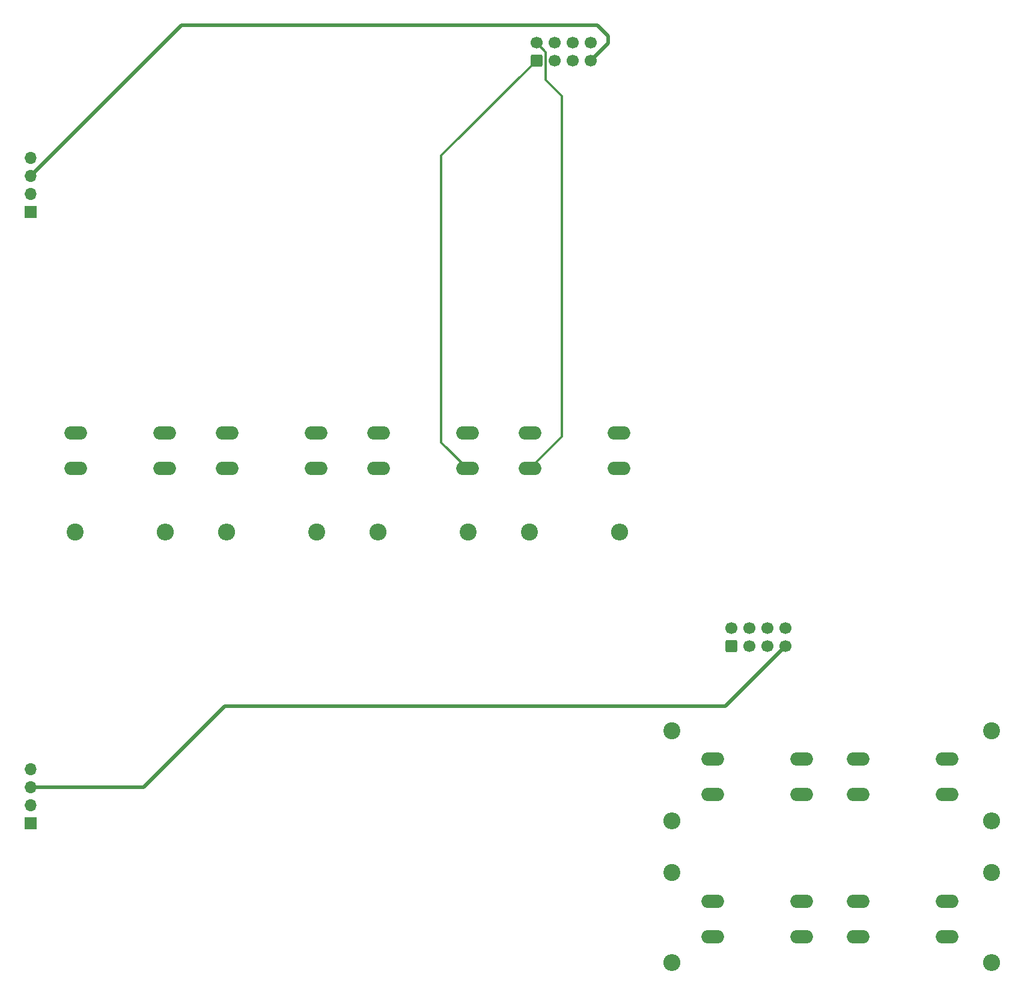
<source format=gbr>
%TF.GenerationSoftware,KiCad,Pcbnew,8.0.1*%
%TF.CreationDate,2024-04-25T15:56:32+03:00*%
%TF.ProjectId,Modul_Lcd_Butoane,4d6f6475-6c5f-44c6-9364-5f4275746f61,V1*%
%TF.SameCoordinates,Original*%
%TF.FileFunction,Copper,L2,Bot*%
%TF.FilePolarity,Positive*%
%FSLAX46Y46*%
G04 Gerber Fmt 4.6, Leading zero omitted, Abs format (unit mm)*
G04 Created by KiCad (PCBNEW 8.0.1) date 2024-04-25 15:56:32*
%MOMM*%
%LPD*%
G01*
G04 APERTURE LIST*
G04 Aperture macros list*
%AMRoundRect*
0 Rectangle with rounded corners*
0 $1 Rounding radius*
0 $2 $3 $4 $5 $6 $7 $8 $9 X,Y pos of 4 corners*
0 Add a 4 corners polygon primitive as box body*
4,1,4,$2,$3,$4,$5,$6,$7,$8,$9,$2,$3,0*
0 Add four circle primitives for the rounded corners*
1,1,$1+$1,$2,$3*
1,1,$1+$1,$4,$5*
1,1,$1+$1,$6,$7*
1,1,$1+$1,$8,$9*
0 Add four rect primitives between the rounded corners*
20,1,$1+$1,$2,$3,$4,$5,0*
20,1,$1+$1,$4,$5,$6,$7,0*
20,1,$1+$1,$6,$7,$8,$9,0*
20,1,$1+$1,$8,$9,$2,$3,0*%
G04 Aperture macros list end*
%TA.AperFunction,ComponentPad*%
%ADD10O,3.200000X1.900000*%
%TD*%
%TA.AperFunction,ComponentPad*%
%ADD11C,2.400000*%
%TD*%
%TA.AperFunction,ComponentPad*%
%ADD12O,2.400000X2.400000*%
%TD*%
%TA.AperFunction,ComponentPad*%
%ADD13R,1.700000X1.700000*%
%TD*%
%TA.AperFunction,ComponentPad*%
%ADD14O,1.700000X1.700000*%
%TD*%
%TA.AperFunction,ComponentPad*%
%ADD15RoundRect,0.250000X0.600000X-0.600000X0.600000X0.600000X-0.600000X0.600000X-0.600000X-0.600000X0*%
%TD*%
%TA.AperFunction,ComponentPad*%
%ADD16C,1.700000*%
%TD*%
%TA.AperFunction,Conductor*%
%ADD17C,0.300000*%
%TD*%
%TA.AperFunction,Conductor*%
%ADD18C,0.500000*%
%TD*%
G04 APERTURE END LIST*
D10*
%TO.P,SW14,1,1*%
%TO.N,+3.3Vout*%
X33500000Y-103500000D03*
X46000000Y-103500000D03*
%TO.P,SW14,2,2*%
%TO.N,DECREMENT*%
X33500000Y-108500000D03*
X46000000Y-108500000D03*
%TD*%
%TO.P,SW13,1,1*%
%TO.N,+3.3Vout*%
X54833333Y-103500000D03*
X67333333Y-103500000D03*
%TO.P,SW13,2,2*%
%TO.N,INCREMENT*%
X54833333Y-108500000D03*
X67333333Y-108500000D03*
%TD*%
%TO.P,SW12,2,2*%
%TO.N,RIGHT*%
X110000000Y-108500000D03*
X97500000Y-108500000D03*
%TO.P,SW12,1,1*%
%TO.N,+3.3Vout*%
X110000000Y-103500000D03*
X97500000Y-103500000D03*
%TD*%
%TO.P,SW11,1,1*%
%TO.N,+3.3Vout*%
X76166666Y-103500000D03*
X88666666Y-103500000D03*
%TO.P,SW11,2,2*%
%TO.N,LEFT*%
X76166666Y-108500000D03*
X88666666Y-108500000D03*
%TD*%
D11*
%TO.P,R14,1*%
%TO.N,DECREMENT*%
X33400000Y-117500000D03*
D12*
%TO.P,R14,2*%
%TO.N,GND*%
X46100000Y-117500000D03*
%TD*%
%TO.P,R13,2*%
%TO.N,GND*%
X54733333Y-117500000D03*
D11*
%TO.P,R13,1*%
%TO.N,INCREMENT*%
X67433333Y-117500000D03*
%TD*%
D12*
%TO.P,R12,2*%
%TO.N,RIGHT*%
X110100000Y-117500000D03*
D11*
%TO.P,R12,1*%
%TO.N,GND*%
X97400000Y-117500000D03*
%TD*%
D12*
%TO.P,R11,2*%
%TO.N,LEFT*%
X76066666Y-117500000D03*
D11*
%TO.P,R11,1*%
%TO.N,GND*%
X88766666Y-117500000D03*
%TD*%
D13*
%TO.P,J12,1,Pin_1*%
%TO.N,SCL*%
X27100000Y-72350000D03*
D14*
%TO.P,J12,2,Pin_2*%
%TO.N,SDA*%
X27100000Y-69810000D03*
%TO.P,J12,3,Pin_3*%
%TO.N,+5V*%
X27100000Y-67270000D03*
%TO.P,J12,4,Pin_4*%
%TO.N,GND*%
X27100000Y-64730000D03*
%TD*%
D15*
%TO.P,J11,1,Pin_1*%
%TO.N,LEFT*%
X98380000Y-51040000D03*
D16*
%TO.P,J11,2,Pin_2*%
%TO.N,RIGHT*%
X98380000Y-48500000D03*
%TO.P,J11,3,Pin_3*%
%TO.N,INCREMENT*%
X100920000Y-51040000D03*
%TO.P,J11,4,Pin_4*%
%TO.N,DECREMENT*%
X100920000Y-48500000D03*
%TO.P,J11,5,Pin_5*%
%TO.N,SCL*%
X103460000Y-51040000D03*
%TO.P,J11,6,Pin_6*%
%TO.N,SDA*%
X103460000Y-48500000D03*
%TO.P,J11,7,Pin_7*%
%TO.N,+5V*%
X106000000Y-51040000D03*
%TO.P,J11,8,Pin_8*%
%TO.N,GND*%
X106000000Y-48500000D03*
%TD*%
D14*
%TO.P,J2,4,Pin_4*%
%TO.N,GND*%
X27100000Y-150880000D03*
%TO.P,J2,3,Pin_3*%
%TO.N,+5V*%
X27100000Y-153420000D03*
%TO.P,J2,2,Pin_2*%
%TO.N,SDA*%
X27100000Y-155960000D03*
D13*
%TO.P,J2,1,Pin_1*%
%TO.N,SCL*%
X27100000Y-158500000D03*
%TD*%
D10*
%TO.P,SW4,1,1*%
%TO.N,+3.3Vout*%
X123250000Y-149500000D03*
X135750000Y-149500000D03*
%TO.P,SW4,2,2*%
%TO.N,DECREMENT*%
X123250000Y-154500000D03*
X135750000Y-154500000D03*
%TD*%
%TO.P,SW3,1,1*%
%TO.N,+3.3Vout*%
X143750000Y-149500000D03*
X156250000Y-149500000D03*
%TO.P,SW3,2,2*%
%TO.N,INCREMENT*%
X143750000Y-154500000D03*
X156250000Y-154500000D03*
%TD*%
%TO.P,SW2,1,1*%
%TO.N,+3.3Vout*%
X143750000Y-169500000D03*
X156250000Y-169500000D03*
%TO.P,SW2,2,2*%
%TO.N,RIGHT*%
X143750000Y-174500000D03*
X156250000Y-174500000D03*
%TD*%
%TO.P,SW1,1,1*%
%TO.N,+3.3Vout*%
X123250000Y-169500000D03*
X135750000Y-169500000D03*
%TO.P,SW1,2,2*%
%TO.N,LEFT*%
X123250000Y-174500000D03*
X135750000Y-174500000D03*
%TD*%
D11*
%TO.P,R4,1*%
%TO.N,DECREMENT*%
X117500000Y-145500000D03*
D12*
%TO.P,R4,2*%
%TO.N,GND*%
X117500000Y-158200000D03*
%TD*%
D11*
%TO.P,R3,1*%
%TO.N,INCREMENT*%
X162500000Y-145500000D03*
D12*
%TO.P,R3,2*%
%TO.N,GND*%
X162500000Y-158200000D03*
%TD*%
D11*
%TO.P,R2,1*%
%TO.N,GND*%
X162500000Y-165500000D03*
D12*
%TO.P,R2,2*%
%TO.N,RIGHT*%
X162500000Y-178200000D03*
%TD*%
D11*
%TO.P,R1,1*%
%TO.N,GND*%
X117500000Y-165500000D03*
D12*
%TO.P,R1,2*%
%TO.N,LEFT*%
X117500000Y-178200000D03*
%TD*%
D15*
%TO.P,J1,1,Pin_1*%
%TO.N,LEFT*%
X125880000Y-133540000D03*
D16*
%TO.P,J1,2,Pin_2*%
%TO.N,RIGHT*%
X125880000Y-131000000D03*
%TO.P,J1,3,Pin_3*%
%TO.N,INCREMENT*%
X128420000Y-133540000D03*
%TO.P,J1,4,Pin_4*%
%TO.N,DECREMENT*%
X128420000Y-131000000D03*
%TO.P,J1,5,Pin_5*%
%TO.N,SCL*%
X130960000Y-133540000D03*
%TO.P,J1,6,Pin_6*%
%TO.N,SDA*%
X130960000Y-131000000D03*
%TO.P,J1,7,Pin_7*%
%TO.N,+5V*%
X133500000Y-133540000D03*
%TO.P,J1,8,Pin_8*%
%TO.N,GND*%
X133500000Y-131000000D03*
%TD*%
D17*
%TO.N,RIGHT*%
X102000000Y-104000000D02*
X97500000Y-108500000D01*
X102000000Y-56000000D02*
X102000000Y-104000000D01*
X99720000Y-53720000D02*
X102000000Y-56000000D01*
X99720000Y-49840000D02*
X99720000Y-53720000D01*
X98380000Y-48500000D02*
X99720000Y-49840000D01*
D18*
%TO.N,+5V*%
X107000000Y-46000000D02*
X108500000Y-47500000D01*
X108500000Y-48540000D02*
X106000000Y-51040000D01*
X48370000Y-46000000D02*
X107000000Y-46000000D01*
X27100000Y-67270000D02*
X48370000Y-46000000D01*
X108500000Y-47500000D02*
X108500000Y-48540000D01*
D17*
%TO.N,LEFT*%
X85000000Y-104833334D02*
X88666666Y-108500000D01*
X85000000Y-64420000D02*
X85000000Y-104833334D01*
X98380000Y-51040000D02*
X85000000Y-64420000D01*
D18*
%TO.N,+5V*%
X43080000Y-153420000D02*
X27100000Y-153420000D01*
X54500000Y-142000000D02*
X43080000Y-153420000D01*
X125040000Y-142000000D02*
X54500000Y-142000000D01*
X133500000Y-133540000D02*
X125040000Y-142000000D01*
%TD*%
M02*

</source>
